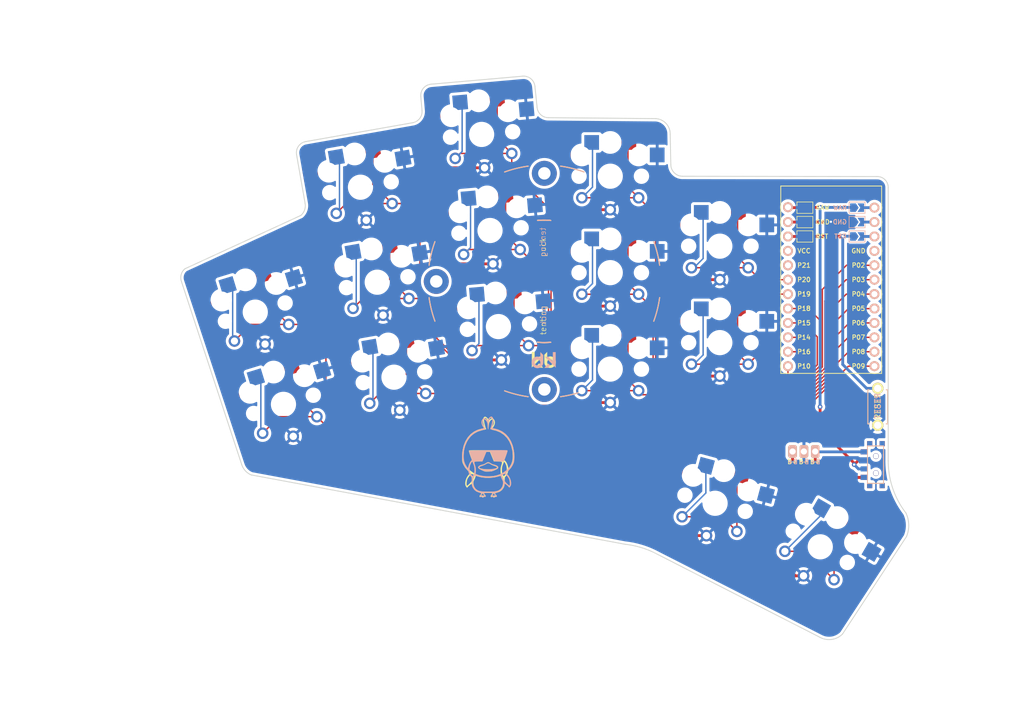
<source format=kicad_pcb>
(kicad_pcb (version 20211014) (generator pcbnew)
  (title_block (title "board") (rev "v1.0.0") (company "Unknown"))
  (layers (0 "F.Cu" signal) (31 "B.Cu" signal) (34 "B.Paste" user) (35 "F.Paste" user) (36 "B.SilkS" user "B.Silkscreen") (37 "F.SilkS" user "F.Silkscreen") (38 "B.Mask" user) (39 "F.Mask" user) (44 "Edge.Cuts" user))
  (net 0 "")
  (net 1 "P6")
  (net 2 "GND")
  (net 3 "P5")
  (net 4 "P4")
  (net 5 "P3")
  (net 6 "P2")
  (net 7 "P18")
  (net 8 "P15")
  (net 9 "P14")
  (net 10 "P16")
  (net 11 "P10")
  (net 12 "P19")
  (net 13 "P20")
  (net 14 "P21")
  (net 15 "P7")
  (net 16 "P8")
  (net 17 "P9")
  (net 18 "RAW")
  (net 19 "RST")
  (net 20 "VCC")
  (net 21 "Braw")
  (footprint "E73:SPDT_C128955" (layer "F.Cu") (at 162.242148 -55.849495 -90)
    (fp_text reference "T1" hide)
    (fp_text value "" hide)
  )
  (footprint "lib:bat" (layer "F.Cu") (at 149.545396 -58.163682)
    (fp_text reference "PAD1" hide)
    (fp_text value "" hide)
  )
  (footprint "kbd:ResetSW" (layer "F.Cu") (at 162.56 -66.04 90)
    (fp_text reference "B1" hide)
    (fp_text value "")
  )
  (footprint "PG1350" (layer "F.Cu") (at 71.38711 -104.745067 10)
    (fp_text reference "S11" hide)
    (fp_text value "" hide)
  )
  (footprint "PG1350" (layer "F.Cu") (at 152.428645 -41.360213 150)
    (fp_text reference "S34" hide)
    (fp_text value "" hide)
  )
  (footprint "PG1350" (layer "F.Cu") (at 94.221643 -97.114167 5)
    (fp_text reference "S15" hide)
    (fp_text value "" hide)
  )
  (footprint "PG1350" (layer "F.Cu") (at 115.411087 -89.686017)
    (fp_text reference "S21" hide)
    (fp_text value "" hide)
  )
  (footprint "PG1350" (layer "F.Cu") (at 77.291148 -71.261603 -170)
    (fp_text reference "S8" hide)
    (fp_text value "" hide)
  )
  (footprint "PG1350" (layer "F.Cu") (at 95.703291 -80.178857 -175)
    (fp_text reference "S14" hide)
    (fp_text value "" hide)
  )
  (footprint "PG1350" (layer "F.Cu") (at 115.411087 -72.686017 180)
    (fp_text reference "S20" hide)
    (fp_text value "" hide)
  )
  (footprint "PG1350" (layer "F.Cu") (at 134.728078 -77.354137 180)
    (fp_text reference "S28" hide)
    (fp_text value "" hide)
  )
  (footprint "PG1350" (layer "F.Cu") (at 134.728078 -94.354137)
    (fp_text reference "S29" hide)
    (fp_text value "" hide)
  )
  (footprint "LOGO" (layer "F.Cu") (at 93.819755 -55.859733)
    (fp_text reference "G***" hide)
    (fp_text value "LOGO" hide)
  )
  (footprint "PG1350" (layer "F.Cu") (at 152.428645 -41.360213 -30)
    (fp_text reference "S33" hide)
    (fp_text value "" hide)
  )
  (footprint "PG1350" (layer "F.Cu") (at 77.291148 -71.261603 10)
    (fp_text reference "S7" hide)
    (fp_text value "" hide)
  )
  (footprint "E73:SPDT_C128955" (layer "F.Cu") (at 162.242148 -55.849495 -90)
    (fp_text reference "T2" hide)
    (fp_text value "" hide)
  )
  (footprint "PG1350" (layer "F.Cu") (at 52.842259 -82.729963 17)
    (fp_text reference "S5" hide)
    (fp_text value "" hide)
  )
  (footprint "PG1350" (layer "F.Cu") (at 134.728078 -77.354137)
    (fp_text reference "S27" hide)
    (fp_text value "" hide)
  )
  (footprint "PG1350" (layer "F.Cu") (at 74.339129 -88.003335 10)
    (fp_text reference "S9" hide)
    (fp_text value "" hide)
  )
  (footprint "PG1350" (layer "F.Cu") (at 94.221643 -97.114167 -175)
    (fp_text reference "S16" hide)
    (fp_text value "" hide)
  )
  (footprint "PG1350" (layer "F.Cu") (at 134.728078 -94.354137 180)
    (fp_text reference "S30" hide)
    (fp_text value "" hide)
  )
  (footprint "PG1350" (layer "F.Cu") (at 95.703291 -80.178857 5)
    (fp_text reference "S13" hide)
    (fp_text value "" hide)
  )
  (footprint "PG1350" (layer "F.Cu") (at 115.411087 -106.686017 180)
    (fp_text reference "S24" hide)
    (fp_text value "" hide)
  )
  (footprint "PG1350" (layer "F.Cu") (at 92.739996 -114.049477 5)
    (fp_text reference "S17" hide)
    (fp_text value "" hide)
  )
  (footprint "PG1350" (layer "F.Cu") (at 57.812578 -66.472782 -163)
    (fp_text reference "S4" hide)
    (fp_text value "" hide)
  )
  (footprint "PG1350" (layer "F.Cu") (at 74.339129 -88.003335 -170)
    (fp_text reference "S10" hide)
    (fp_text value "" hide)
  )
  (footprint "PG1350" (layer "F.Cu") (at 115.411087 -89.686017 180)
    (fp_text reference "S22" hide)
    (fp_text value "" hide)
  )
  (footprint "PG1350" (layer "F.Cu") (at 133.891046 -49.038738 -15)
    (fp_text reference "S31" hide)
    (fp_text value "" hide)
  )
  (footprint "ProMicro" (layer "F.Cu") (at 154.357213 -87.172542 -90)
    (fp_text reference "MCU1" hide)
    (fp_text value "" hide)
  )
  (footprint "PG1350" (layer "F.Cu") (at 57.812578 -66.472782 17)
    (fp_text reference "S3" hide)
    (fp_text value "" hide)
  )
  (footprint "PG1350" (layer "F.Cu") (at 133.891046 -49.038738 165)
    (fp_text reference "S32" hide)
    (fp_text value "" hide)
  )
  (footprint "Alaa:Tenting_Puck_3_Holes" (layer "F.Cu") (at 103.79722 -88.141427)
    (fp_text reference "REF**")
    (fp_text value "Tenting Puck")
  )
  (footprint "PG1350" (layer "F.Cu") (at 71.38711 -104.745067 -170)
    (fp_text reference "S12" hide)
    (fp_text value "" hide)
  )
  (footprint "PG1350" (layer "F.Cu") (at 115.411087 -106.686017)
    (fp_text reference "S23" hide)
    (fp_text value "" hide)
  )
  (footprint "PG1350" (layer "F.Cu") (at 52.842259 -82.729963 -163)
    (fp_text reference "S6" hide)
    (fp_text value "" hide)
  )
  (footprint "PG1350" (layer "F.Cu") (at 115.411087 -72.686017)
    (fp_text reference "S19" hide)
    (fp_text value "" hide)
  )
  (footprint "PG1350" (layer "F.Cu") (at 92.739996 -114.049477 -175)
    (fp_text reference "S18" hide)
    (fp_text value "" hide)
  )
  (footprint "LOGO" (layer "B.Cu") (at 93.98 -55.88 180)
    (fp_text reference "G***" hide)
    (fp_text value "LOGO" hide)
  )
  (gr_arc (start 104.509588 -117.005368) (mid 103.158397 -117.530806) (end 102.517198 -118.831058) (layer "Edge.Cuts") (width 0.15))
  (gr_line (start 126.088253 -108.703396) (end 125.984 -114.046) (layer "Edge.Cuts") (width 0.15))
  (gr_arc (start 82.233091 -118.259454) (mid 81.827408 -116.867619) (end 80.587997 -116.115527) (layer "Edge.Cuts") (width 0.15))
  (gr_arc (start 167.528587 -47.330455) (mid 168.024672 -45.267049) (end 167.64 -43.18) (layer "Edge.Cuts") (width 0.15))
  (gr_arc (start 167.528587 -47.330455) (mid 165.211835 -51.649611) (end 164.411087 -56.485027) (layer "Edge.Cuts") (width 0.15))
  (gr_line (start 60.120825 -110.475759) (end 61.630489 -101.874615) (layer "Edge.Cuts") (width 0.15))
  (gr_line (start 118.067797 -41.80264) (end 52.13573 -54.028933) (layer "Edge.Cuts") (width 0.15))
  (gr_line (start 83.834124 -122.906984) (end 99.972478 -124.318907) (layer "Edge.Cuts") (width 0.15))
  (gr_arc (start 52.13573 -54.028933) (mid 51.093996 -54.760565) (end 50.45086 -55.859129) (layer "Edge.Cuts") (width 0.15))
  (gr_line (start 162.411086 -106.629429) (end 128.117202 -106.676472) (layer "Edge.Cuts") (width 0.15))
  (gr_line (start 104.509588 -117.005368) (end 123.444 -116.84) (layer "Edge.Cuts") (width 0.15))
  (gr_line (start 39.815446 -88.161643) (end 50.45086 -55.859129) (layer "Edge.Cuts") (width 0.15))
  (gr_arc (start 99.972478 -124.318908) (mid 101.432366 -123.858608) (end 102.139179 -122.500829) (layer "Edge.Cuts") (width 0.15))
  (gr_arc (start 128.117202 -106.676472) (mid 126.698658 -107.285463) (end 126.088253 -108.703396) (layer "Edge.Cuts") (width 0.15))
  (gr_arc (start 60.120826 -110.475759) (mid 60.452137 -111.970208) (end 61.743144 -112.792671) (layer "Edge.Cuts") (width 0.15))
  (gr_line (start 156.354214 -25.985787) (end 167.64 -43.18) (layer "Edge.Cuts") (width 0.15))
  (gr_arc (start 118.067797 -41.80264) (mid 120.992158 -41.190657) (end 123.746692 -40.034594) (layer "Edge.Cuts") (width 0.15))
  (gr_line (start 152.4 -25.4) (end 123.746692 -40.034594) (layer "Edge.Cuts") (width 0.15))
  (gr_arc (start 123.444 -116.84) (mid 125.278785 -115.956422) (end 125.984 -114.046) (layer "Edge.Cuts") (width 0.15))
  (gr_arc (start 156.354214 -25.985787) (mid 154.473897 -25.039536) (end 152.4 -25.4) (layer "Edge.Cuts") (width 0.15))
  (gr_arc (start 39.815446 -88.161643) (mid 39.788585 -89.36909) (end 40.458272 -90.379598) (layer "Edge.Cuts") (width 0.15))
  (gr_line (start 102.139179 -122.500829) (end 102.517198 -118.831058) (layer "Edge.Cuts") (width 0.15))
  (gr_line (start 61.743144 -112.792671) (end 80.587997 -116.115527) (layer "Edge.Cuts") (width 0.15))
  (gr_arc (start 61.630489 -101.874615) (mid 61.532287 -100.734816) (end 60.891088 -99.781795) (layer "Edge.Cuts") (width 0.15))
  (gr_arc (start 82.016046 -120.740284) (mid 82.476347 -122.20017) (end 83.834124 -122.906984) (layer "Edge.Cuts") (width 0.15))
  (gr_line (start 40.458272 -90.379598) (end 60.891088 -99.781795) (layer "Edge.Cuts") (width 0.15))
  (gr_line (start 82.23309 -118.259454) (end 82.016046 -120.740283) (layer "Edge.Cuts") (width 0.15))
  (gr_arc (start 162.411086 -106.629429) (mid 163.838502 -106.070136) (end 164.411086 -104.648) (layer "Edge.Cuts") (width 0.15))
  (gr_line (start 164.411087 -56.485027) (end 164.411086 -104.648) (layer "Edge.Cuts") (width 0.15))
  (segment (start 81.024544 -63.5) (end 71.12 -63.5) (width 0.25) (layer "F.Cu") (net 1))
  (segment (start 94.028116 -72.037521) (end 89.562066 -72.037521) (width 0.25) (layer "F.Cu") (net 1))
  (segment (start 154.628374 -72.346106) (end 147.293059 -65.010791) (width 0.25) (layer "F.Cu") (net 1))
  (segment (start 63.479549 -80.557863) (end 58.734795 -80.557863) (width 0.25) (layer "F.Cu") (net 1))
  (segment (start 58.734795 -80.557863) (end 52.095465 -80.557863) (width 0.25) (layer "F.Cu") (net 1))
  (segment (start 54.234545 -89.377494) (end 54.234545 -85.058113) (width 0.25) (layer "F.Cu") (net 1))
  (segment (start 109.813673 -62.104105) (end 106.982862 -64.934916) (width 0.25) (layer "F.Cu") (net 1))
  (segment (start 52.095465 -80.557863) (end 49.171748 -77.634146) (width 0.25) (layer "F.Cu") (net 1))
  (segment (start 54.234545 -85.058113) (end 58.734795 -80.557863) (width 0.25) (layer "F.Cu") (net 1))
  (segment (start 147.293059 -65.010791) (end 124.592825 -65.010791) (width 0.25) (layer "F.Cu") (net 1))
  (segment (start 89.562066 -72.037521) (end 81.024544 -63.5) (width 0.25) (layer "F.Cu") (net 1))
  (segment (start 65.297412 -78.74) (end 63.479549 -80.557863) (width 0.25) (layer "F.Cu") (net 1))
  (segment (start 124.592825 -65.010791) (end 121.686138 -62.104105) (width 0.25) (layer "F.Cu") (net 1))
  (segment (start 65.297412 -69.322588) (end 65.297412 -78.74) (width 0.25) (layer "F.Cu") (net 1))
  (segment (start 121.686138 -62.104105) (end 109.813673 -62.104105) (width 0.25) (layer "F.Cu") (net 1))
  (segment (start 101.130724 -64.934916) (end 94.028116 -72.037521) (width 0.25) (layer "F.Cu") (net 1))
  (segment (start 157.527339 -80.822542) (end 154.628374 -77.923577) (width 0.25) (layer "F.Cu") (net 1))
  (segment (start 106.982862 -64.934916) (end 101.130724 -64.934916) (width 0.25) (layer "F.Cu") (net 1))
  (segment (start 71.12 -63.5) (end 65.297412 -69.322588) (width 0.25) (layer "F.Cu") (net 1))
  (segment (start 161.977213 -80.822542) (end 157.527339 -80.822542) (width 0.25) (layer "F.Cu") (net 1))
  (segment (start 154.628374 -77.923577) (end 154.628374 -72.346106) (width 0.25) (layer "F.Cu") (net 1))
  (segment (start 47.655954 -88.184596) (end 48.856953 -86.983597) (width 0.25) (layer "B.Cu") (net 1))
  (segment (start 48.856953 -86.983597) (end 48.856953 -78.356283) (width 0.25) (layer "B.Cu") (net 1))
  (segment (start 108.15356 -75.418544) (end 107.136087 -76.436017) (width 0.5) (layer "F.Cu") (net 2))
  (segment (start 63.384822 -105.421809) (end 62.586645 -106.219986) (width 0.5) (layer "F.Cu") (net 2))
  (segment (start 96.21751 -74.301308) (end 89.760656 -74.301308) (width 0.5) (layer "F.Cu") (net 2))
  (segment (start 134.728078 -88.454137) (end 128.361699 -88.454137) (width 0.5) (layer "F.Cu") (net 2))
  (segment (start 63.384822 -100.80225) (end 63.384822 -105.421809) (width 0.5) (layer "F.Cu") (net 2))
  (segment (start 129.000596 -71.454137) (end 126.453078 -74.001655) (width 0.5) (layer "F.Cu") (net 2))
  (segment (start 75.363653 -82.192969) (end 74.347654 -81.17697) (width 0.5) (layer "F.Cu") (net 2))
  (segment (start 115.411087 -66.786017) (end 109.81576 -66.786017) (width 0.5) (layer "F.Cu") (net 2))
  (segment (start 126.453078 -90.362758) (end 126.453078 -98.104137) (width 0.5) (layer "F.Cu") (net 2))
  (segment (start 108.15356 -68.448217) (end 108.15356 -75.418544) (width 0.5) (layer "F.Cu") (net 2))
  (segment (start 62.586645 -106.219986) (end 62.586645 -107.001157) (width 0.5) (layer "F.Cu") (net 2))
  (segment (start 66.26837 -97.918702) (end 63.384822 -100.80225) (width 0.5) (layer "F.Cu") (net 2))
  (segment (start 74.347654 -81.17697) (end 68.485407 -81.17697) (width 0.5) (layer "F.Cu") (net 2))
  (segment (start 71.813295 -64.435238) (end 68.490683 -67.75785) (width 0.5) (layer "F.Cu") (net 2))
  (segment (start 89.760656 -74.301308) (end 87.132946 -76.929018) (width 0.5) (layer "F.Cu") (net 2))
  (segment (start 125.807135 -53.741241) (end 126.868581 -54.802687) (width 0.5) (layer "F.Cu") (net 2))
  (segment (start 109.81576 -66.786017) (end 108.15356 -68.448217) (width 0.5) (layer "F.Cu") (net 2))
  (segment (start 49.917361 -65.987885) (end 48.802762 -67.102484) (width 0.5) (layer "F.Cu") (net 2))
  (segment (start 144.4244 -39.868068) (end 144.4244 -46.032423) (width 0.5) (layer "F.Cu") (net 2))
  (segment (start 125.807135 -45.471746) (end 125.807135 -53.741241) (width 0.5) (layer "F.Cu") (net 2))
  (segment (start 59.537571 -60.830584) (end 58.196209 -59.489222) (width 0.5) (layer "F.Cu") (net 2))
  (segment (start 77.299673 -64.435238) (end 71.813295 -64.435238) (width 0.5) (layer "F.Cu") (net 2))
  (segment (start 115.411087 -83.786017) (end 108.973745 -83.786017) (width 0.5) (layer "F.Cu") (net 2))
  (segment (start 78.315672 -65.451237) (end 77.299673 -64.435238) (width 0.5) (layer "F.Cu") (net 2))
  (segment (start 58.196209 -59.489222) (end 53.137791 -59.489222) (width 0.5) (layer "F.Cu") (net 2))
  (segment (start 71.395635 -97.918702) (end 66.26837 -97.918702) (width 0.5) (layer "F.Cu") (net 2))
  (segment (start 132.364014 -43.339776) (end 127.939105 -43.339776) (width 0.5) (layer "F.Cu") (net 2))
  (segment (start 53.137791 -59.489222) (end 49.917361 -62.709652) (width 0.5) (layer "F.Cu") (net 2))
  (segment (start 134.728078 -71.454137) (end 129.000596 -71.454137) (width 0.5) (layer "F.Cu") (net 2))
  (segment (start 107.136087 -103.216201) (end 107.136087 -110.436017) (width 0.5) (layer "F.Cu") (net 2))
  (segment (start 86.601289 -108.171928) (end 86.570217 -108.140856) (width 0.5) (layer "F.Cu") (net 2))
  (segment (start 93.254215 -108.171928) (end 86.601289 -108.171928) (width 0.5) (layer "F.Cu") (net 2))
  (segment (start 115.411087 -100.786017) (end 109.566271 -100.786017) (width 0.5) (layer "F.Cu") (net 2))
  (segment (start 68.485407 -81.17697) (end 65.538664 -84.123713) (width 0.5) (layer "F.Cu") (net 2))
  (segment (start 85.651298 -93.599163) (end 85.651298 -100.128683) (width 0.5) (layer "F.Cu") (net 2))
  (segment (start 65.538664 -84.123713) (end 65.538664 -90.259425) (width 0.5) (layer "F.Cu") (net 2))
  (segment (start 48.802762 -67.102484) (end 48.802762 -67.639549) (width 0.5) (layer "F.Cu") (net 2))
  (segment (start 144.4244 -46.032423) (end 147.137285 -48.745308) (width 0.5) (layer "F.Cu") (net 2))
  (segment (start 127.939105 -43.339776) (end 125.807135 -45.471746) (width 0.5) (layer "F.Cu") (net 2))
  (segment (start 148.041805 -36.250663) (end 144.4244 -39.868068) (width 0.5) (layer "F.Cu") (net 2))
  (segment (start 154.256703 -98.602542) (end 150.44369 -98.602542) (width 0.5) (layer "F.Cu") (net 2))
  (segment (start 108.15356 -76.015027) (end 107.136087 -77.0325) (width 0.5) (layer "F.Cu") (net 2))
  (segment (start 109.566271 -100.786017) (end 107.136087 -103.216201) (width 0.5) (layer "F.Cu") (net 2))
  (segment (start 94.735862 -91.236618) (end 88.013843 -91.236618) (width 0.5) (layer "F.Cu") (net 2))
  (segment (start 48.232895 -75.218284) (end 44.864298 -78.586881) (width 0.5) (layer "F.Cu") (net 2))
  (segment (start 87.132946 -76.929018) (end 87.132946 -83.193373) (width 0.5) (layer "F.Cu") (net 2))
  (segment (start 88.013843 -91.236618) (end 85.651298 -93.599163) (width 0.5) (layer "F.Cu") (net 2))
  (segment (start 108.973745 -83.786017) (end 107.136087 -85.623675) (width 0.5) (layer "F.Cu") (net 2))
  (segment (start 154.304587 -98.650426) (end 154.256703 -98.602542) (width 0.5) (layer "F.Cu") (net 2))
  (segment (start 128.361699 -88.454137) (end 126.453078 -90.362758) (width 0.5) (layer "F.Cu") (net 2))
  (segment (start 44.864298 -78.586881) (end 44.864298 -82.864875) (width 0.5) (layer "F.Cu") (net 2))
  (segment (start 86.570217 -108.140856) (end 84.169651 -110.541422) (width 0.5) (layer "F.Cu") (net 2))
  (segment (start 54.567252 -77.087765) (end 52.697771 -75.218284) (width 0.5) (layer "F.Cu") (net 2))
  (segment (start 72.411634 -98.934701) (end 71.395635 -97.918702) (width 0.5) (layer "F.Cu") (net 2))
  (segment (start 149.478645 -36.250663) (end 148.041805 -36.250663) (width 0.5) (layer "F.Cu") (net 2))
  (segment (start 68.490683 -67.75785) (end 68.490683 -73.517693) (width 0.5) (layer "F.Cu") (net 2))
  (segment (start 52.697771 -75.218284) (end 48.232895 -75.218284) (width 0.5) (layer "F.Cu") (net 2))
  (segment (start 107.136087 -85.623675) (end 107.136087 -93.436017) (width 0.5) (layer "F.Cu") (net 2))
  (segment (start 44.864298 -82.864875) (end 43.832443 -83.89673) (width 0.5) (layer "F.Cu") (net 2))
  (segment (start 49.917361 -62.709652) (end 49.917361 -65.987885) (width 0.5) (layer "F.Cu") (net 2))
  (segment (start 126.453078 -74.001655) (end 126.453078 -81.104137) (width 0.5) (layer "F.Cu") (net 2))
  (segment (start 84.169651 -110.541422) (end 84.169651 -117.063993) (width 0.5) (layer "F.Cu") (net 2))
  (via (at 154.304587 -98.650426) (size 0.8) (drill 0.4) (layers "F.Cu" "B.Cu") (net 2))
  (segment (start 154.329345 -98.675184) (end 154.329345 -64.825511) (width 0.5) (layer "B.Cu") (net 2))
  (segment (start 149.545396 -60.041562) (end 149.545396 -58.163682) (width 0.5) (layer "B.Cu") (net 2))
  (segment (start 154.329345 -64.825511) (end 149.545396 -60.041562) (width 0.5) (layer "B.Cu") (net 2))
  (segment (start 154.304587 -98.650426) (end 154.329345 -98.675184) (width 0.5) (layer "B.Cu") (net 2))
  (segment (start 154.329345 -98.675184) (end 158.139502 -98.675184) (width 0.5) (layer "B.Cu") (net 2))
  (segment (start 121.499941 -62.553625) (end 124.406628 -65.460311) (width 0.25) (layer "F.Cu") (net 3))
  (segment (start 157.383378 -83.345369) (end 161.96004 -83.345369) (width 0.25) (layer "F.Cu") (net 3))
  (segment (start 154.178854 -80.140845) (end 157.383378 -83.345369) (width 0.25) (layer "F.Cu") (net 3))
  (segment (start 79.483187 -71.779437) (end 82.87505 -68.387574) (width 0.25) (layer "F.Cu") (net 3))
  (segment (start 154.178854 -72.532303) (end 154.178854 -80.140845) (width 0.25) (layer "F.Cu") (net 3))
  (segment (start 94.214315 -72.487041) (end 101.31692 -65.384436) (width 0.25) (layer "F.Cu") (net 3))
  (segment (start 124.406628 -65.460311) (end 147.106862 -65.460311) (width 0.25) (layer "F.Cu") (net 3))
  (segment (start 109.999871 -62.553625) (end 121.499941 -62.553625) (width 0.25) (layer "F.Cu") (net 3))
  (segment (start 101.31692 -65.384436) (end 107.16906 -65.384436) (width 0.25) (layer "F.Cu") (net 3))
  (segment (start 82.87505 -68.387574) (end 74.763453 -68.387574) (width 0.25) (layer "F.Cu") (net 3))
  (segment (start 107.16906 -65.384436) (end 109.999871 -62.553625) (width 0.25) (layer "F.Cu") (net 3))
  (segment (start 79.483187 -77.689907) (end 79.483187 -71.779437) (width 0.25) (layer "F.Cu") (net 3))
  (segment (start 74.763453 -68.387574) (end 73.026972 -66.651093) (width 0.25) (layer "F.Cu") (net 3))
  (segment (start 85.2764 -68.387574) (end 89.375867 -72.487041) (width 0.25) (layer "F.Cu") (net 3))
  (segment (start 89.375867 -72.487041) (end 94.214315 -72.487041) (width 0.25) (layer "F.Cu") (net 3))
  (segment (start 82.87505 -68.387574) (end 85.2764 -68.387574) (width 0.25) (layer "F.Cu") (net 3))
  (segment (start 147.106862 -65.460311) (end 154.178854 -72.532303) (width 0.25) (layer "F.Cu") (net 3))
  (segment (start 73.59045 -67.214571) (end 73.026972 -66.651093) (width 0.25) (layer "B.Cu") (net 3))
  (segment (start 73.032696 -76.552511) (end 73.59045 -75.994757) (width 0.25) (layer "B.Cu") (net 3))
  (segment (start 73.59045 -75.994757) (end 73.59045 -67.214571) (width 0.25) (layer "B.Cu") (net 3))
  (segment (start 101.503117 -65.833956) (end 107.355257 -65.833956) (width 0.25) (layer "F.Cu") (net 4))
  (segment (start 121.313741 -63.003145) (end 124.220427 -65.909831) (width 0.25) (layer "F.Cu") (net 4))
  (segment (start 76.531168 -88.521169) (end 79.923031 -85.129306) (width 0.25) (layer "F.Cu") (net 4))
  (segment (start 94.400512 -72.936561) (end 101.503117 -65.833956) (width 0.25) (layer "F.Cu") (net 4))
  (segment (start 146.920664 -65.909831) (end 153.729334 -72.718501) (width 0.25) (layer "F.Cu") (net 4))
  (segment (start 76.531168 -94.431639) (end 76.531168 -88.521169) (width 0.25) (layer "F.Cu") (net 4))
  (segment (start 107.355257 -65.833956) (end 110.186071 -63.003145) (width 0.25) (layer "F.Cu") (net 4))
  (segment (start 84.38648 -82.617802) (end 84.38648 -77.933067) (width 0.25) (layer "F.Cu") (net 4))
  (segment (start 157.024799 -85.904799) (end 161.974956 -85.904799) (width 0.25) (layer "F.Cu") (net 4))
  (segment (start 79.923031 -85.129306) (end 71.811434 -85.129306) (width 0.25) (layer "F.Cu") (net 4))
  (segment (start 79.923031 -85.129306) (end 81.874976 -85.129306) (width 0.25) (layer "F.Cu") (net 4))
  (segment (start 124.220427 -65.909831) (end 146.920664 -65.909831) (width 0.25) (layer "F.Cu") (net 4))
  (segment (start 81.874976 -85.129306) (end 84.38648 -82.617802) (width 0.25) (layer "F.Cu") (net 4))
  (segment (start 153.729334 -82.609334) (end 157.024799 -85.904799) (width 0.25) (layer "F.Cu") (net 4))
  (segment (start 84.38648 -77.933067) (end 89.382986 -72.936561) (width 0.25) (layer "F.Cu") (net 4))
  (segment (start 89.382986 -72.936561) (end 94.400512 -72.936561) (width 0.25) (layer "F.Cu") (net 4))
  (segment (start 71.811434 -85.129306) (end 70.074953 -83.392825) (width 0.25) (layer "F.Cu") (net 4))
  (segment (start 153.729334 -72.718501) (end 153.729334 -82.609334) (width 0.25) (layer "F.Cu") (net 4))
  (segment (start 110.186071 -63.003145) (end 121.313741 -63.003145) (width 0.25) (layer "F.Cu") (net 4))
  (segment (start 161.974956 -85.904799) (end 161.977213 -85.902542) (width 0.25) (layer "F.Cu") (net 4))
  (segment (start 70.638431 -83.956303) (end 70.074953 -83.392825) (width 0.25) (layer "B.Cu") (net 4))
  (segment (start 70.638431 -92.736489) (end 70.638431 -83.956303) (width 0.25) (layer "B.Cu") (net 4))
  (segment (start 70.080677 -93.294243) (end 70.638431 -92.736489) (width 0.25) (layer "B.Cu") (net 4))
  (segment (start 68.859415 -101.871038) (end 67.122934 -100.134557) (width 0.25) (layer "F.Cu") (net 5))
  (segment (start 81.858703 -85.781297) (end 84.836 -82.804) (width 0.25) (layer "F.Cu") (net 5))
  (segment (start 101.689314 -66.283476) (end 107.541455 -66.283476) (width 0.25) (layer "F.Cu") (net 5))
  (segment (start 89.569184 -73.386081) (end 94.586709 -73.386081) (width 0.25) (layer "F.Cu") (net 5))
  (segment (start 107.541455 -66.283476) (end 110.372268 -63.452665) (width 0.25) (layer "F.Cu") (net 5))
  (segment (start 121.127543 -63.452665) (end 124.03423 -66.359351) (width 0.25) (layer "F.Cu") (net 5))
  (segment (start 76.971012 -101.871038) (end 79.561162 -101.871038) (width 0.25) (layer "F.Cu") (net 5))
  (segment (start 73.579149 -111.173371) (end 73.579149 -105.262901) (width 0.25) (layer "F.Cu") (net 5))
  (segment (start 84.836 -82.804) (end 84.836 -78.119265) (width 0.25) (layer "F.Cu") (net 5))
  (segment (start 124.03423 -66.359351) (end 146.734466 -66.359351) (width 0.25) (layer "F.Cu") (net 5))
  (segment (start 153.249052 -84.703008) (end 156.988586 -88.442542) (width 0.25) (layer "F.Cu") (net 5))
  (segment (start 81.858703 -99.573497) (end 81.858703 -85.781297) (width 0.25) (layer "F.Cu") (net 5))
  (segment (start 76.971012 -101.871038) (end 68.859415 -101.871038) (width 0.25) (layer "F.Cu") (net 5))
  (segment (start 146.734466 -66.359351) (end 153.249052 -72.873937) (width 0.25) (layer "F.Cu") (net 5))
  (segment (start 79.561162 -101.871038) (end 81.858703 -99.573497) (width 0.25) (layer "F.Cu") (net 5))
  (segment (start 94.586709 -73.386081) (end 101.689314 -66.283476) (width 0.25) (layer "F.Cu") (net 5))
  (segment (start 153.249052 -72.873937) (end 153.249052 -84.703008) (width 0.25) (layer "F.Cu") (net 5))
  (segment (start 73.579149 -105.262901) (end 76.971012 -101.871038) (width 0.25) (layer "F.Cu") (net 5))
  (segment (start 156.988586 -88.442542) (end 161.977213 -88.442542) (width 0.25) (layer "F.Cu") (net 5))
  (segment (start 84.836 -78.119265) (end 89.569184 -73.386081) (width 0.25) (layer "F.Cu") (net 5))
  (segment (start 110.372268 -63.452665) (end 121.127543 -63.452665) (width 0.25) (layer "F.Cu") (net 5))
  (segment (start 67.686412 -100.698035) (end 67.122934 -100.134557) (width 0.25) (layer "B.Cu") (net 5))
  (segment (start 67.128658 -110.035975) (end 67.686412 -109.478221) (width 0.25) (layer "B.Cu") (net 5))
  (segment (start 67.686412 -109.478221) (end 67.686412 -100.698035) (width 0.25) (layer "B.Cu") (net 5))
  (segment (start 102.844128 -76.829096) (end 104.07916 -75.594064) (width 0.25) (layer "F.Cu") (net 6))
  (segment (start 91.925067 -76.829096) (end 91.053509 -75.957538) (width 0.25) (layer "F.Cu") (net 6))
  (segment (start 104.07916 -73.484347) (end 106.68 -70.883507) (width 0.25) (layer "F.Cu") (net 6))
  (segment (start 101.015456 -76.829096) (end 98.447252 -79.3973) (width 0.25) (layer "F.Cu") (net 6))
  (segment (start 98.447252 -79.3973) (end 98.447252 -86.391651) (width 0.25) (layer "F.Cu") (net 6))
  (segment (start 120.941347 -63.902185) (end 123.848033 -66.808871) (width 0.25) (layer "F.Cu") (net 6))
  (segment (start 157.043597 -90.982542) (end 161.977213 -90.982542) (width 0.25) (layer "F.Cu") (net 6))
  (segment (start 146.548268 -66.808871) (end 152.799532 -73.060135) (width 0.25) (layer "F.Cu") (net 6))
  (segment (start 123.848033 -66.808871) (end 146.548268 -66.808871) (width 0.25) (layer "F.Cu") (net 6))
  (segment (start 152.799532 -86.738477) (end 157.043597 -90.982542) (width 0.25) (layer "F.Cu") (net 6))
  (segment (start 104.07916 -75.594064) (end 104.07916 -73.484347) (width 0.25) (layer "F.Cu") (net 6))
  (segment (start 106.68 -70.883507) (end 106.680001 -67.780648) (width 0.25) (layer "F.Cu") (net 6))
  (segment (start 110.558465 -63.902185) (end 120.941347 -63.902185) (width 0.25) (layer "F.Cu") (net 6))
  (segment (start 152.799532 -73.060135) (end 152.799532 -86.738477) (width 0.25) (layer "F.Cu") (net 6))
  (segment (start 101.015456 -76.829096) (end 102.844128 -76.829096) (width 0.25) (layer "F.Cu") (net 6))
  (segment (start 101.015456 -76.829096) (end 91.925067 -76.829096) (width 0.25) (layer "F.Cu") (net 6))
  (segment (start 106.680001 -67.780648) (end 110.558465 -63.902185) (width 0.25) (layer "F.Cu") (net 6))
  (segment (start 92.270004 -77.174033) (end 91.053509 -75.957538) (width 0.25) (layer "B.Cu") (net 6))
  (segment (start 91.922177 -85.82078) (end 92.270004 -85.472953) (width 0.25) (layer "B.Cu") (net 6))
  (segment (start 92.270004 -85.472953) (end 92.270004 -77.174033) (width 0.25) (layer "B.Cu") (net 6))
  (segment (start 104.52868 -88.769534) (end 104.52868 -73.670546) (width 0.25) (layer "F.Cu") (net 7))
  (segment (start 107.12952 -67.966846) (end 107.392843 -67.703524) (width 0.25) (layer "F.Cu") (net 7))
  (segment (start 120.755149 -64.351705) (end 123.661836 -67.258391) (width 0.25) (layer "F.Cu") (net 7))
  (segment (start 99.533808 -93.764406) (end 90.443419 -93.764406) (width 0.25) (layer "F.Cu") (net 7))
  (segment (start 96.965604 -96.33261) (end 99.533808 -93.764406) (width 0.25) (layer "F.Cu") (net 7))
  (segment (start 146.36207 -67.258391) (end 152.350012 -73.246333) (width 0.25) (layer "F.Cu") (net 7))
  (segment (start 110.744662 -64.351705) (end 120.755149 -64.351705) (width 0.25) (layer "F.Cu") (net 7))
  (segment (start 99.533808 -93.764406) (end 104.52868 -88.769534) (width 0.25) (layer "F.Cu") (net 7))
  (segment (start 152.350012 -81.329988) (end 150.317458 -83.362542) (width 0.25) (layer "F.Cu") (net 7))
  (segment (start 107.12952 -71.069705) (end 107.12952 -67.966846) (width 0.25) (layer "F.Cu") (net 7))
  (segment (start 150.317458 -83.362542) (end 146.737213 -83.362542) (width 0.25) (layer "F.Cu") (net 7))
  (segment (start 96.965604 -103.326961) (end 96.965604 -96.33261) (width 0.25) (layer "F.Cu") (net 7))
  (segment (start 123.661836 -67.258391) (end 146.36207 -67.258391) (width 0.25) (layer "F.Cu") (net 7))
  (segment (start 104.52868 -73.670546) (end 107.12952 -71.069705) (width 0.25) (layer "F.Cu") (net 7))
  (segment (start 107.392843 -67.703524) (end 110.744662 -64.351705) (width 0.25) (layer "F.Cu") (net 7))
  (segment (start 90.443419 -93.764406) (end 89.571861 -92.892848) (width 0.25) (layer "F.Cu") (net 7))
  (segment (start 152.350012 -73.246333) (end 152.350012 -81.329988) (width 0.25) (layer "F.Cu") (net 7))
  (segment (start 90.788356 -94.109343) (end 89.571861 -92.892848) (width 0.25) (layer "B.Cu") (net 7))
  (segment (start 90.440529 -102.75609) (end 90.788356 -102.408263) (width 0.25) (layer "B.Cu") (net 7))
  (segment (start 90.788356 -102.408263) (end 90.788356 -94.109343) (width 0.25) (layer "B.Cu") (net 7))
  (segment (start 107.57904 -68.153044) (end 110.930859 -64.801225) (width 0.25) (layer "F.Cu") (net 8))
  (segment (start 151.900492 -78.376564) (end 149.454514 -80.822542) (width 0.25) (layer "F.Cu") (net 8))
  (segment (start 95.483957 -120.262271) (end 95.483957 -113.26792) (width 0.25) (layer "F.Cu") (net 8))
  (segment (start 151.900492 -73.432531) (end 151.900492 -78.376564) (width 0.25) (layer "F.Cu") (net 8))
  (segment (start 146.175872 -67.707911) (end 151.900492 -73.432531) (width 0.25) (layer "F.Cu") (net 8))
  (segment (start 98.052161 -110.699716) (end 98.052161 -107.541789) (width 0.25) (layer "F.Cu") (net 8))
  (segment (start 149.454514 -80.822542) (end 146.737213 -80.822542) (width 0.25) (layer "F.Cu") (net 8))
  (segment (start 120.568951 -64.801225) (end 123.475639 -67.707911) (width 0.25) (layer "F.Cu") (net 8))
  (segment (start 98.052161 -107.541789) (end 104.9782 -100.61575) (width 0.25) (layer "F.Cu") (net 8))
  (segment (start 88.961772 -110.699716) (end 88.090214 -109.828158) (width 0.25) (layer "F.Cu") (net 8))
  (segment (start 107.57904 -71.255902) (end 107.57904 -68.153044) (width 0.25) (layer "F.Cu") (net 8))
  (segment (start 104.9782 -73.856744) (end 107.57904 -71.255902) (width 0.25) (layer "F.Cu") (net 8))
  (segment (start 104.9782 -100.61575) (end 104.9782 -73.856744) (width 0.25) (layer "F.Cu") (net 8))
  (segment (start 123.475639 -67.707911) (end 146.175872 -67.707911) (width 0.25) (layer "F.Cu") (net 8))
  (segment (start 110.930859 -64.801225) (end 120.568951 -64.801225) (width 0.25) (layer "F.Cu") (net 8))
  (segment (start 98.052161 -110.699716) (end 88.961772 -110.699716) (width 0.25) (layer "F.Cu") (net 8))
  (segment (start 95.483957 -113.26792) (end 98.052161 -110.699716) (width 0.25) (layer "F.Cu") (net 8))
  (segment (start 89.306709 -111.044653) (end 88.090214 -109.828158) (width 0.25) (layer "B.Cu") (net 8))
  (segment (start 89.306709 -119.343573) (end 89.306709 -111.044653) (width 0.25) (layer "B.Cu") (net 8))
  (segment (start 88.958882 -119.6914) (end 89.306709 -119.343573) (width 0.25) (layer "B.Cu") (net 8))
  (segment (start 151.450972 -75.858105) (end 151.450972 -73.618729) (width 0.25) (layer "F.Cu") (net 9))
  (segment (start 151.450972 -73.618729) (end 146.001033 -68.16879) (width 0.25) (layer "F.Cu") (net 9))
  (segment (start 120.411087 -68.886017) (end 110.411087 -68.886017) (width 0.25) (layer "F.Cu") (net 9))
  (segment (start 118.536566 -78.486496) (end 118.536566 -70.760538) (width 0.25) (layer "F.Cu") (net 9))
  (segment (start 121.128314 -68.16879) (end 120.411087 -68.886017) (width 0.25) (layer "F.Cu") (net 9))
  (segment (start 146.737213 -78.282542) (end 149.026535 -78.282542) (width 0.25) (layer "F.Cu") (net 9))
  (segment (start 149.026535 -78.282542) (end 151.450972 -75.858105) (width 0.25) (layer "F.Cu") (net 9))
  (segment (start 118.536566 -70.760538) (end 120.411087 -68.886017) (width 0.25) (layer "F.Cu") (net 9))
  (segment (start 146.001033 -68.16879) (end 121.128314 -68.16879) (width 0.25) (layer "F.Cu") (net 9))
  (segment (start 118.686087 -78.636017) (end 118.536566 -78.486496) (width 0.25) (layer "F.Cu") (net 9))
  (segment (start 112.285608 -79.029475) (end 112.285608 -70.760538) (width 0.25) (layer "B.Cu") (net 9))
  (segment (start 112.285608 -70.760538) (end 110.411087 -68.886017) (width 0.25) (layer "B.Cu") (net 9))
  (segment (start 118.536566 -87.760538) (end 120.411087 -85.886017) (width 0.25) (layer "F.Cu") (net 10))
  (segment (start 110.411087 -85.886017) (end 120.411087 -85.886017) (width 0.25) (layer "F.Cu") (net 10))
  (segment (start 149.86 -75.742542) (end 146.737213 -75.742542) (width 0.25) (layer "F.Cu") (net 10))
  (segment (start 118.536566 -95.486496) (end 118.536566 -87.760538) (width 0.25) (layer "F.Cu") (net 10))
  (segment (start 145.814835 -68.61831) (end 151.001452 -73.804926) (width 0.25) (layer "F.Cu") (net 10))
  (segment (start 122.966194 -69.188523) (end 123.536407 -68.61831) (width 0.25) (layer "F.Cu") (net 10))
  (segment (start 151.001452 -73.804926) (end 151.001452 -74.60109) (width 0.25) (layer "F.Cu") (net 10))
  (segment (start 120.411087 -85.886017) (end 122.966194 -83.33091) (width 0.25) (layer "F.Cu") (net 10))
  (segment (start 151.001452 -74.60109) (end 149.86 -75.742542) (width 0.25) (layer "F.Cu") (net 10))
  (segment (start 118.686087 -95.636017) (end 118.536566 -95.486496) (width 0.25) (layer "F.Cu") (net 10))
  (segment (start 122.966194 -83.33091) (end 122.966194 -69.188523) (width 0.25) (layer "F.Cu") (net 10))
  (segment (start 123.536407 -68.61831) (end 145.814835 -68.61831) (width 0.25) (layer "F.Cu") (net 10))
  (segment (start 112.285608 -96.029475) (end 112.285608 -87.760538) (width 0.25) (layer "B.Cu") (net 10))
  (segment (start 112.285608 -87.760538) (end 110.411087 -85.886017) (width 0.25) (layer "B.Cu") (net 10))
  (segment (start 123.793862 -69.06783) (end 145.628638 -69.06783) (width 0.25) (layer "F.Cu") (net 11))
  (segment (start 145.628638 -69.06783) (end 146.737213 -70.176405) (width 0.25) (layer "F.Cu") (net 11))
  (segment (start 118.536566 -112.486496) (end 118.536566 -104.760538) (width 0.25) (layer "F.Cu") (net 11))
  (segment (start 123.415714 -69.445978) (end 123.793862 -69.06783) (width 0.25) (layer "F.Cu") (net 11))
  (segment (start 146.737213 -70.176405) (end 146.737213 -73.202542) (width 0.25) (layer "F.Cu") (net 11))
  (segment (start 120.411087 -102.886017) (end 110.411087 -102.886017) (width 0.25) (layer "F.Cu") (net 11))
  (segment (start 118.686087 -112.636017) (end 118.536566 -112.486496) (width 0.25) (layer "F.Cu") (net 11))
  (segment (start 120.411087 -102.886017) (end 123.415714 -99.88139) (width 0.25) (layer "F.Cu") (net 11))
  (segment (start 123.415714 -99.88139) (end 123.415714 -69.445978) (width 0.25) (layer "F.Cu") (net 11))
  (segment (start 118.536566 -104.760538) (end 120.411087 -102.886017) (width 0.25) (layer "F.Cu") (net 11))
  (segment (start 112.285608 -104.760538) (end 110.411087 -102.886017) (width 0.25) (layer "B.Cu") (net 11))
  (segment (start 112.285608 -113.029475) (end 112.285608 -104.760538) (width 0.25) (layer "B.Cu") (net 11))
  (segment (start 137.853557 -75.428658) (end 137.853557 -83.154616) (width 0.25) (layer "F.Cu") (net 12))
  (segment (start 139.728078 -73.554137) (end 137.853557 -75.428658) (width 0.25) (layer "F.Cu") (net 12))
  (segment (start 137.853557 -83.154616) (end 138.003078 -83.304137) (width 0.25) (layer "F.Cu") (net 12))
  (segment (start 143.050689 -83.90926) (end 145.043971 -85.902542) (width 0.25) (layer "F.Cu") (net 12))
  (segment (start 139.728078 -73.554137) (end 143.050689 -76.876748) (width 0.25) (layer "F.Cu") (net 12))
  (segment (start 143.050689 -76.876748) (end 143.050689 -83.90926) (width 0.25) (layer "F.Cu") (net 12))
  (segment (start 145.043971 -85.902542) (end 146.737213 -85.902542) (width 0.25) (layer "F.Cu") (net 12))
  (segment (start 129.728078 -73.554137) (end 139.728078 -73.554137) (width 0.25) (layer "F.Cu") (net 12))
  (segment (start 131.782744 -75.177393) (end 129.588503 -72.983152) (width 0.25) (layer "B.Cu") (net 12))
  (segment (start 131.782744 -82.263911) (end 131.782744 -75.177393) (width 0.25) (layer "B.Cu") (net 12))
  (segment (start 131.313503 -82.733152) (end 131.782744 -82.263911) (width 0.25) (layer "B.Cu") (net 12))
  (segment (start 141.839673 -88.442542) (end 146.737213 -88.442542) (width 0.25) (layer "F.Cu") (net 13))
  (segment (start 137.853557 -92.428658) (end 137.853557 -100.154616) (width 0.25) (layer "F.Cu") (net 13))
  (segment (start 137.853557 -100.154616) (end 138.003078 -100.304137) (width 0.25) (layer "F.Cu") (net 13))
  (segment (start 139.728078 -90.554137) (end 137.853557 -92.428658) (width 0.25) (layer "F.Cu") (net 13))
  (segment (start 139.728078 -90.554137) (end 141.839673 -88.442542) (width 0.25) (layer "F.Cu") (net 13))
  (segment (start 129.728078 -90.554137) (end 139.728078 -90.554137) (width 0.25) (layer "F.Cu") (net 13))
  (segment (start 131.782744 -99.263911) (end 131.782744 -92.177393) (width 0.25) (layer "B.Cu") (net 13))
  (segment (start 130.159488 -90.554137) (end 129.728078 -90.554137) (width 0.25) (layer "B.Cu") (net 13))
  (segment (start 131.782744 -92.177393) (end 130.159488 -90.554137) (width 0.25) (layer "B.Cu") (net 13))
  (segment (start 131.313503 -99.733152) (end 131.782744 -99.263911) (width 0.25) (layer "B.Cu") (net 13))
  (segment (start 121.872336 -61.654585) (end 109.627476 -61.654585) (width 0.25) (layer "F.Cu") (net 15))
  (segment (start 93.841919 -71.588001) (end 89.748263 -71.588001) (width 0.25) (layer "F.Cu") (net 15))
  (segment (start 89.748263 -71.588001) (end 81.210741 -63.05048) (width 0.25) (layer "F.Cu") (net 15))
  (segment (start 59.204864 -68.800932) (end 63.705114 -64.300682) (width 0.25) (layer "F.Cu") (net 15))
  (segment (start 157.36057 -78.282542) (end 155.077894 -75.999866) (width 0.25) (layer "F.Cu") (net 15))
  (segment (start 81.210741 -63.05048) (end 64.955316 -63.05048) (width 0.25) (layer "F.Cu") (net 15))
  (segment (start 64.955316 -63.05048) (end 63.705114 -64.300682) (width 0.25) (layer "F.Cu") (net 15))
  (segment (start 109.627476 -61.654585) (end 106.796665 -64.485396) (width 0.25) (layer "F.Cu") (net 15))
  (segment (start 161.977213 -78.282542) (end 157.36057 -78.282542) (width 0.25) (layer "F.Cu") (net 15))
  (segment (start 106.796665 -64.485396) (end 100.944526 -64.485396) (width 0.25) (layer "F.Cu") (net 15))
  (segment (start 155.077894 -72.159908) (end 147.479257 -64.561271) (width 0.25) (layer "F.Cu") (net 15))
  (segment (start 124.779022 -64.561271) (end 121.872336 -61.654585) (width 0.25) (layer "F.Cu") (net 15))
  (segment (start 147.479257 -64.561271) (end 124.779022 -64.561271) (width 0.25) (layer "F.Cu") (net 15))
  (segment (start 100.944526 -64.485396) (end 93.841919 -71.588001) (width 0.25) (layer "F.Cu") (net 15))
  (segment (start 155.077894 -75.999866) (end 155.077894 -72.159908) (width 0.25) (layer "F.Cu") (net 15))
  (segment (start 63.705114 -64.300682) (end 57.065784 -64.300682) (width 0.25) (layer "F.Cu") (net 15))
  (segment (start 57.065784 -64.300682) (end 54.142067 -61.376965) (width 0.25) (layer "F.Cu") (net 15))
  (segment (start 59.204864 -73.120313) (end 59.204864 -68.800932) (width 0.25) (layer "F.Cu") (net 15))
  (segment (start 52.626273 -71.927415) (end 53.827272 -70.726416) (width 0.25) (layer "B.Cu") (net 15))
  (segment (start 53.827272 -70.726416) (end 53.827272 -62.099102) (width 0.25) (layer "B.Cu") (net 15))
  (segment (start 135.148973 -46.662315) (end 128.077904 -46.662315) (width 0.25) (layer "F.Cu") (net 16))
  (segment (start 137.737163 -44.074125) (end 135.148973 -46.662315) (width 0.25) (layer "F.Cu") (net 16))
  (segment (start 155.527414 -73.853023) (end 155.527414 -71.973711) (width 0.25) (layer "F.Cu") (net 16))
  (segment (start 138.594426 -53.938364) (end 137.737163 -53.081101) (width 0.25) (layer "F.Cu") (net 16))
  (segment (start 157.416933 -75.742542) (end 155.527414 -73.853023) (width 0.25) (layer "F.Cu") (net 16))
  (segment (start 138.594426 -55.040723) (end 138.594426 -54.387884) (width 0.25) (layer "F.Cu") (net 16))
  (segment (start 155.527414 -71.973711) (end 138.594426 -55.040723) (width 0.25) (layer "F.Cu") (net 16))
  (segment (start 137.737163 -53.081101) (end 137.737163 -44.074125) (width 0.25) (layer "F.Cu") (net 16))
  (segment (start 161.977213 -75.742542) (end 157.416933 -75.742542) (width 0.25) (layer "F.Cu") (net 16))
  (segment (start 132.267612 -55.633629) (end 132.267612 -50.852023) (width 0.25) (layer "B.Cu") (net 16))
  (segment (start 132.267612 -50.852023) (end 128.077904 -46.662315) (width 0.25) (layer "B.Cu") (net 16))
  (segment (start 144.78 -56.738381) (end 149.508278 -52.010103) (width 0.25) (layer "F.Cu") (net 17))
  (segment (start 153.982011 -52.010103) (end 158.239878 -47.752236) (width 0.25) (layer "F.Cu") (net 17))
  (segment (start 158.239878 -47.752236) (end 158.239878 -44.875564) (width 0.25) (layer "F.Cu") (net 17))
  (segment (start 149.858772 -40.569316) (end 146.198518 -40.569316) (width 0.25) (layer "F.Cu") (net 17))
  (segment (start 157.391963 -73.202542) (end 144.78 -60.590579) (width 0.25) (layer "F.Cu") (net 17))
  (segment (start 158.239878 -44.875564) (end 154.858772 -41.494458) (width 0.25) (layer "F.Cu") (net 17))
  (segment (start 144.78 -60.590579) (end 144.78 -56.738381) (width 0.25) (layer "F.Cu") (net 17))
  (segment (start 154.858772 -35.569316) (end 149.858772 -40.569316) (width 0.25) (layer "F.Cu") (net 17))
  (segment (start 149.508278 -52.010103) (end 153.982011 -52.010103) (width 0.25) (layer "F.Cu") (net 17))
  (segment (start 154.858772 -41.494458) (end 154.858772 -35.569316) (width 0.25) (layer "F.Cu") (net 17))
  (segment (start 161.977213 -73.202542) (end 157.391963 -73.202542) (width 0.25) (layer "F.Cu") (net 17))
  (segment (start 152.567412 -46.93821) (end 146.198518 -40.569316) (width 0.25) (layer "B.Cu") (net 17))
  (segment (start 152.567412 -48.150564) (end 152.567412 -46.93821) (width 0.25) (layer "B.Cu") (net 17))
  (segment (start 152.4 -62.118371) (end 158.403261 -56.11511) (width 0.5) (layer "F.Cu") (net 18))
  (segment (start 152.372041 -101.185184) (end 150.419502 -101.185184) (width 0.5) (layer "F.Cu") (net 18))
  (segment (start 152.4 -101.213143) (end 152.372041 -101.185184) (width 0.5) (layer "F.Cu") (net 18))
  (segment (start 152.4 -66.04) (end 152.4 -62.118371) (width 0.5) (layer "F.Cu") (net 18))
  (segment (start 159.153261 -56.599495) (end 160.167148 -56.599495) (width 0.5) (layer "F.Cu") (net 18))
  (segment (start 158.403261 -55.849495) (end 159.153261 -56.599495) (width 0.5) (layer "F.Cu") (net 18))
  (segment (start 158.403261 -56.11511) (end 158.403261 -55.849495) (width 0.5) (layer "F.Cu") (net 18))
  (via (at 158.403261 -55.849495) (size 0.8) (drill 0.4) (layers "F.Cu" "B.Cu") (net 18))
  (via (at 152.4 -66.04) (size 0.8) (drill 0.4) (layers "F.Cu" "B.Cu") (net 18))
  (via (at 152.4 -101.213143) (size 0.8) (drill 0.4) (layers "F.Cu" "B.Cu") (net 18))
  (segment (start 152.4 -101.213143) (end 152.426699 -101.186444) (width 0.5) (layer "B.Cu") (net 18))
  (segment (start 158.403261 -55.849495) (end 159.153261 -55.099495) (width 0.5) (layer "B.Cu") (net 18))
  (segment (start 159.153261 -55.099495) (end 160.167148 -55.099495) (width 0.5) (layer "B.Cu") (net 18))
  (segment (start 152.4 -101.213143) (end 152.4 -66.04) (width 0.5) (layer "B.Cu") (net 18))
  (segment (start 152.426699 -101.186444) (end 158.168242 -101.186444) (width 0.5) (layer "B.Cu") (net 18))
  (segment (start 150.466332 -96.085184) (end 150.44369 -96.062542) (width 0.5) (layer "F.Cu") (net 19))
  (segment (start 156.389782 -96.106346) (end 156.36862 -96.085184) (width 0.5) (layer "F.Cu") (net 19))
  (segment (start 156.36862 -96.085184) (end 150.466332 -96.085184) (width 0.5) (layer "F.Cu") (net 19))
  (via (at 156.389782 -96.106346) (size 0.8) (drill 0.4) (layers "F.Cu" "B.Cu") (net 19))
  (segment (start 156.389782 -73.500449) (end 160.600231 -69.29) (width 0.5) (layer "B.Cu") (net 19))
  (segment (start 156.389782 -96.106346) (end 156.38988 -96.106444) (width 0.5) (layer "B.Cu") (net 19))
  (segment (start 160.600231 -69.29) (end 162.56 -69.29) (width 0.5) (layer "B.Cu") (net 19))
  (segment (start 156.389782 -96.106346) (end 156.389782 -73.500449) (width 0.5) (layer "B.Cu") (net 19))
  (segment (start 156.38988 -96.106444) (end 158.168242 -96.106444) (width 0.5) (layer "B.Cu") (net 19))
  (segment (start 147.545396 -56.290799) (end 147.545396 -58.163682) (width 0.5) (layer "F.Cu") (net 21))
  (segment (start 154.36967 -53.599495) (end 160.167148 -53.599495) (width 0.5) (layer "F.Cu") (net 21))
  (segment (start 160.164153 -53.5965) (end 150.239695 -53.5965) (width 0.5) (layer "F.Cu") (net 21))
  (segment (start 151.545396 -56.423769) (end 154.36967 -53.599495) (width 0.5) (layer "F.Cu") (net 21))
  (segment (start 160.167148 -53.599495) (end 160.164153 -53.5965) (width 0.5) (layer "F.Cu") (net 21))
  (segment (start 151.545396 -58.163682) (end 151.545396 -56.423769) (width 0.5) (layer "F.Cu") (net 21))
  (segment (start 150.239695 -53.5965) (end 147.545396 -56.290799) (width 0.5) (layer "F.Cu") (net 21))
  (segment (start 151.609583 -58.099495) (end 151.545396 -58.163682) (width 0.5) (layer "B.Cu") (net 21))
  (segment (start 160.167148 -58.099495) (end 151.609583 -58.099495) (width 0.5) (layer "B.Cu") (net 21))
  (zone (net 2) (net_name "GND") (layer "B.Cu") (connect_pads (clearance 0.508)) (min_thickness 0.254) (fill yes (thermal_gap 0.508) (thermal_bridge_width 0.508))
    (polygon (pts (xy 182.3974 -114.5794) (xy 188.341 -13.2842) (xy 40.4622 -17.3228) (xy 7.8486 -109.982) (xy 86.7918 -137.7442)))
  )
)
</source>
